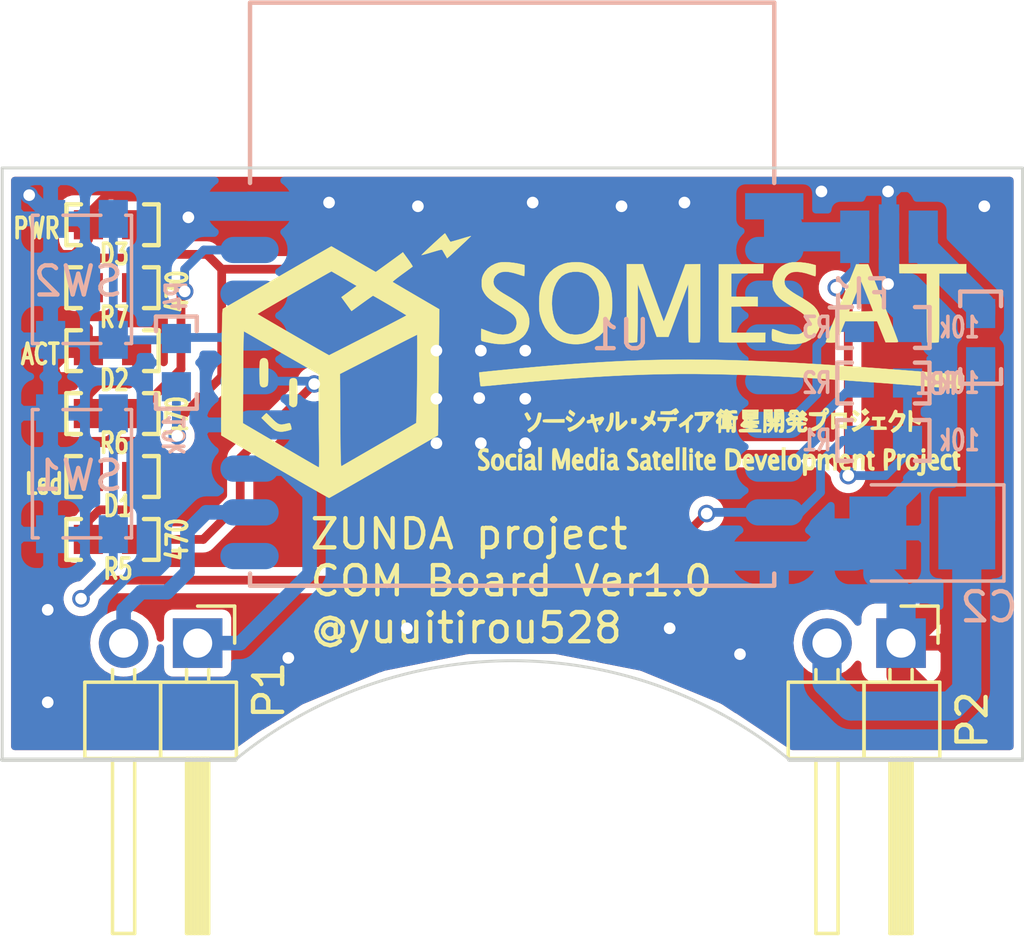
<source format=kicad_pcb>
(kicad_pcb (version 20171130) (host pcbnew "(5.0.0)")
  (layers (0 F.Cu signal) (31 B.Cu signal) (34 B.Paste user) (35 F.Paste user) (36 B.SilkS user) (37 F.SilkS user) (38 B.Mask user) (39 F.Mask user) (44 Edge.Cuts user))
  (net 0 "")
  (net 1 "Net-(C2-Pad1)")
  (net 2 GND)
  (net 3 "Net-(D1-Pad2)")
  (net 4 "Net-(D2-Pad2)")
  (net 5 "Net-(D3-Pad2)")
  (net 6 "Net-(FB1-Pad2)")
  (net 7 +3V3)
  (net 8 /RX)
  (net 9 /TX)
  (net 10 "Net-(R1-Pad2)")
  (net 11 "Net-(R2-Pad2)")
  (net 12 "Net-(R3-Pad1)")
  (net 13 "Net-(R4-Pad2)")
  (net 14 "Net-(R5-Pad1)")
  (net 15 "Net-(R6-Pad1)")
  (net 16 "Net-(U1-Pad10)")
  (net 17 "Net-(U1-Pad3)")
  (net 18 "Net-(U1-Pad4)")
  (net 19 "Net-(U1-Pad5)")
  (net 20 "Net-(U1-Pad16)")
  (module LOGO (layer F.Cu) (at 140 98.9)
    (fp_text reference G*** hide)
    (fp_text value LOGO hide)
  )
  (module Pin_Headers:Pin_Header_Angled_1x02_Pitch2.54mm (layer F.Cu) (at 126.6185 108.4305 270)
    (fp_text reference P1 (at 1.61875 -2.44475 270) (layer F.SilkS))
    (fp_text value UART)
    (pad 1 thru_hole rect (at 0 0 270) (size 1.7 1.7) (drill 1) (layers *.Cu *.Mask) (net 8 /RX))
    (pad 2 thru_hole oval (at 0 2.54 270) (size 1.7 1.7) (drill 1) (layers *.Cu *.Mask) (net 9 /TX))
  )
  (module Pin_Headers:Pin_Header_Angled_1x02_Pitch2.54mm (layer F.Cu) (at 150.7485 108.4305 270)
    (fp_text reference P2 (at 2.63475 -2.44475 270) (layer F.SilkS))
    (fp_text value Power)
    (pad 1 thru_hole rect (at 0 0 270) (size 1.7 1.7) (drill 1) (layers *.Cu *.Mask) (net 2 GND))
    (pad 2 thru_hole oval (at 0 2.54 270) (size 1.7 1.7) (drill 1) (layers *.Cu *.Mask) (net 1 "Net-(C2-Pad1)"))
  )
  (module Capacitors_Tantalum_SMD:CP_Tantalum_Case-B_EIA-3528-21_Reflow (layer B.Cu) (at 151.47875 104.65175 180)
    (fp_text reference C2 (at -2.286 -2.54 180) (layer B.SilkS) (effects (justify mirror)))
    (fp_text value 22u)
    (pad 1 smd rect (at -1.525 0 180) (size 1.95 2.5) (layers B.Cu B.Paste B.Mask) (net 1 "Net-(C2-Pad1)"))
    (pad 2 smd rect (at 1.525 0 180) (size 1.95 2.5) (layers B.Cu B.Paste B.Mask) (net 2 GND))
  )
  (module my_lib:1608 (layer F.Cu) (at 122.872 102.715)
    (fp_text reference D1 (at 1.016 1.016) (layer F.SilkS) (effects (font (size 0.7 0.5) (thickness 0.125))))
    (fp_text value Led (at -1.524 0.254) (layer F.SilkS) (effects (font (size 0.7 0.5) (thickness 0.125))))
    (pad 1 smd trapezoid (at 0 0) (size 1 1) (layers F.Cu F.Paste F.Mask) (net 2 GND))
    (pad 2 smd trapezoid (at 1.654 0) (size 1 1) (layers F.Cu F.Paste F.Mask) (net 3 "Net-(D1-Pad2)"))
  )
  (module my_lib:1608 (layer F.Cu) (at 122.872 98.397)
    (fp_text reference D2 (at 0.889 1.016) (layer F.SilkS) (effects (font (size 0.7 0.5) (thickness 0.125))))
    (fp_text value ACT (at -1.651 0.127) (layer F.SilkS) (effects (font (size 0.7 0.5) (thickness 0.125))))
    (pad 1 smd trapezoid (at 0 0) (size 1 1) (layers F.Cu F.Paste F.Mask) (net 2 GND))
    (pad 2 smd trapezoid (at 1.654 0) (size 1 1) (layers F.Cu F.Paste F.Mask) (net 4 "Net-(D2-Pad2)"))
  )
  (module my_lib:1608 (layer F.Cu) (at 122.872 94.079)
    (fp_text reference D3 (at 0.889 1.016) (layer F.SilkS) (effects (font (size 0.7 0.5) (thickness 0.125))))
    (fp_text value PWR (at -1.778 0.127) (layer F.SilkS) (effects (font (size 0.7 0.5) (thickness 0.125))))
    (pad 1 smd trapezoid (at 0 0) (size 1 1) (layers F.Cu F.Paste F.Mask) (net 2 GND))
    (pad 2 smd trapezoid (at 1.654 0) (size 1 1) (layers F.Cu F.Paste F.Mask) (net 5 "Net-(D3-Pad2)"))
  )
  (module my_lib:1608 (layer B.Cu) (at 153.479 98.778 90)
    (fp_text reference FB1 (at -0.762 -1.524) (layer B.SilkS) (effects (font (size 0.7 0.5) (thickness 0.125)) (justify mirror)))
    (fp_text value FILTER hide)
    (pad 1 smd trapezoid (at 0 0 90) (size 1 1) (layers B.Cu B.Paste B.Mask) (net 1 "Net-(C2-Pad1)"))
    (pad 2 smd trapezoid (at 1.654 0 90) (size 1 1) (layers B.Cu B.Paste B.Mask) (net 6 "Net-(FB1-Pad2)"))
  )
  (module my_lib:1608 (layer B.Cu) (at 150.97075 101.47675 180)
    (fp_text reference R1 (at 3.1115 0 180) (layer B.SilkS) (effects (font (size 0.7 0.5) (thickness 0.125)) (justify mirror)))
    (fp_text value 10k (at -1.778 0 180) (layer B.SilkS) (effects (font (size 0.7 0.5) (thickness 0.125)) (justify mirror)))
    (pad 1 smd trapezoid (at 0 0 180) (size 1 1) (layers B.Cu B.Paste B.Mask) (net 7 +3V3))
    (pad 2 smd trapezoid (at 1.654 0 180) (size 1 1) (layers B.Cu B.Paste B.Mask) (net 10 "Net-(R1-Pad2)"))
  )
  (module my_lib:1608 (layer B.Cu) (at 150.97075 99.50825 180)
    (fp_text reference R2 (at 3.1115 0 180) (layer B.SilkS) (effects (font (size 0.7 0.5) (thickness 0.125)) (justify mirror)))
    (fp_text value 10k (at -1.778 0 180) (layer B.SilkS) (effects (font (size 0.7 0.5) (thickness 0.125)) (justify mirror)))
    (pad 1 smd trapezoid (at 0 0 180) (size 1 1) (layers B.Cu B.Paste B.Mask) (net 7 +3V3))
    (pad 2 smd trapezoid (at 1.654 0 180) (size 1 1) (layers B.Cu B.Paste B.Mask) (net 11 "Net-(R2-Pad2)"))
  )
  (module my_lib:1608 (layer B.Cu) (at 149.31975 97.60325)
    (fp_text reference R3 (at -1.4605 0) (layer B.SilkS) (effects (font (size 0.7 0.5) (thickness 0.125)) (justify mirror)))
    (fp_text value 10k (at 3.429 0) (layer B.SilkS) (effects (font (size 0.7 0.5) (thickness 0.125)) (justify mirror)))
    (pad 1 smd trapezoid (at 0 0) (size 1 1) (layers B.Cu B.Paste B.Mask) (net 12 "Net-(R3-Pad1)"))
    (pad 2 smd trapezoid (at 1.654 0) (size 1 1) (layers B.Cu B.Paste B.Mask) (net 2 GND))
  )
  (module my_lib:1608 (layer B.Cu) (at 125.88825 99.63525 90)
    (fp_text reference R4 (at 3.1115 0 90) (layer B.SilkS) (effects (font (size 0.7 0.5) (thickness 0.125)) (justify mirror)))
    (fp_text value 10k (at -1.651 -0.0635 90) (layer B.SilkS) (effects (font (size 0.7 0.5) (thickness 0.125)) (justify mirror)))
    (pad 1 smd trapezoid (at 0 0 90) (size 1 1) (layers B.Cu B.Paste B.Mask) (net 7 +3V3))
    (pad 2 smd trapezoid (at 1.654 0 90) (size 1 1) (layers B.Cu B.Paste B.Mask) (net 13 "Net-(R4-Pad2)"))
  )
  (module my_lib:1608 (layer F.Cu) (at 124.523 104.874 180)
    (fp_text reference R5 (at 0.635 -1.016 180) (layer F.SilkS) (effects (font (size 0.7 0.5) (thickness 0.125))))
    (fp_text value 470 (at -1.397 0 270) (layer F.SilkS) (effects (font (size 0.7 0.5) (thickness 0.125))))
    (pad 1 smd trapezoid (at 0 0 180) (size 1 1) (layers F.Cu F.Paste F.Mask) (net 14 "Net-(R5-Pad1)"))
    (pad 2 smd trapezoid (at 1.654 0 180) (size 1 1) (layers F.Cu F.Paste F.Mask) (net 3 "Net-(D1-Pad2)"))
  )
  (module my_lib:1608 (layer F.Cu) (at 124.523 100.556 180)
    (fp_text reference R6 (at 0.762 -1.016 180) (layer F.SilkS) (effects (font (size 0.7 0.5) (thickness 0.125))))
    (fp_text value 470 (at -1.397 -0.127 270) (layer F.SilkS) (effects (font (size 0.7 0.5) (thickness 0.125))))
    (pad 1 smd trapezoid (at 0 0 180) (size 1 1) (layers F.Cu F.Paste F.Mask) (net 15 "Net-(R6-Pad1)"))
    (pad 2 smd trapezoid (at 1.654 0 180) (size 1 1) (layers F.Cu F.Paste F.Mask) (net 4 "Net-(D2-Pad2)"))
  )
  (module my_lib:1608 (layer F.Cu) (at 124.523 96.238 180)
    (fp_text reference R7 (at 0.762 -1.016 180) (layer F.SilkS) (effects (font (size 0.7 0.5) (thickness 0.125))))
    (fp_text value 470 (at -1.397 -0.127 270) (layer F.SilkS) (effects (font (size 0.7 0.5) (thickness 0.125))))
    (pad 1 smd trapezoid (at 0 0 180) (size 1 1) (layers F.Cu F.Paste F.Mask) (net 7 +3V3))
    (pad 2 smd trapezoid (at 1.654 0 180) (size 1 1) (layers F.Cu F.Paste F.Mask) (net 5 "Net-(D3-Pad2)"))
  )
  (module my_lib:SKRPACE010_kai (layer B.Cu) (at 122.64975 102.61975 270)
    (fp_text reference SW1 (at 0.0635 0.127 180) (layer B.SilkS) (effects (justify mirror)))
    (fp_text value PRG)
    (pad 1 smd rect (at -2.075 1.075 270) (size 1.3 1) (layers B.Cu B.Paste B.Mask) (net 2 GND))
    (pad 1 smd rect (at 2.075 1.075 270) (size 1.3 1) (layers B.Cu B.Paste B.Mask) (net 2 GND))
    (pad 2 smd rect (at -2.075 -1.075 270) (size 1.3 1) (layers B.Cu B.Paste B.Mask) (net 10 "Net-(R1-Pad2)"))
    (pad 2 smd rect (at 2.075 -1.075 270) (size 1.3 1) (layers B.Cu B.Paste B.Mask) (net 10 "Net-(R1-Pad2)"))
  )
  (module my_lib:SKRPACE010_kai (layer B.Cu) (at 122.64975 95.95225 270)
    (fp_text reference SW2 (at 0.0635 0.127 180) (layer B.SilkS) (effects (justify mirror)))
    (fp_text value RST)
    (pad 1 smd rect (at -2.075 1.075 270) (size 1.3 1) (layers B.Cu B.Paste B.Mask) (net 2 GND))
    (pad 1 smd rect (at 2.075 1.075 270) (size 1.3 1) (layers B.Cu B.Paste B.Mask) (net 2 GND))
    (pad 2 smd rect (at -2.075 -1.075 270) (size 1.3 1) (layers B.Cu B.Paste B.Mask) (net 13 "Net-(R4-Pad2)"))
    (pad 2 smd rect (at 2.075 -1.075 270) (size 1.3 1) (layers B.Cu B.Paste B.Mask) (net 13 "Net-(R4-Pad2)"))
  )
  (module ESP8266:ESP-13-WROOM-02 (layer B.Cu) (at 146.39875 93.44475 180)
    (fp_text reference U1 (at 5.2705 -4.4125 180) (layer B.SilkS) (effects (justify mirror)))
    (fp_text value ESP-13-WROOM-02)
    (pad 10 smd oval (at 18 -12 180) (size 2 0.9) (layers B.Cu B.Paste B.Mask) (net 16 "Net-(U1-Pad10)"))
    (pad 9 smd oval (at 0 -12 180) (size 2 0.9) (layers B.Cu B.Paste B.Mask) (net 2 GND))
    (pad 1 smd rect (at 0 0 180) (size 2 0.9) (layers B.Cu B.Paste B.Mask) (net 7 +3V3))
    (pad 2 smd oval (at 0 -1.5 180) (size 2 0.9) (layers B.Cu B.Paste B.Mask) (net 7 +3V3))
    (pad 3 smd oval (at 0 -3 180) (size 2 0.9) (layers B.Cu B.Paste B.Mask) (net 17 "Net-(U1-Pad3)"))
    (pad 4 smd oval (at 0 -4.5 180) (size 2 0.9) (layers B.Cu B.Paste B.Mask) (net 18 "Net-(U1-Pad4)"))
    (pad 5 smd oval (at 0 -6 180) (size 2 0.9) (layers B.Cu B.Paste B.Mask) (net 19 "Net-(U1-Pad5)"))
    (pad 6 smd oval (at 0 -7.5 180) (size 2 0.9) (layers B.Cu B.Paste B.Mask) (net 12 "Net-(R3-Pad1)"))
    (pad 7 smd oval (at 0 -9 180) (size 2 0.9) (layers B.Cu B.Paste B.Mask) (net 11 "Net-(R2-Pad2)"))
    (pad 8 smd oval (at 0 -10.5 180) (size 2 0.9) (layers B.Cu B.Paste B.Mask) (net 10 "Net-(R1-Pad2)"))
    (pad 11 smd oval (at 18 -10.5 180) (size 2 0.9) (layers B.Cu B.Paste B.Mask) (net 9 /TX))
    (pad 12 smd oval (at 18 -9 180) (size 2 0.9) (layers B.Cu B.Paste B.Mask) (net 8 /RX))
    (pad 13 smd oval (at 18 -7.5 180) (size 2 0.9) (layers B.Cu B.Paste B.Mask) (net 2 GND))
    (pad 14 smd oval (at 18 -6 180) (size 2 0.9) (layers B.Cu B.Paste B.Mask) (net 14 "Net-(R5-Pad1)"))
    (pad 15 smd oval (at 18 -4.5 180) (size 2 0.9) (layers B.Cu B.Paste B.Mask) (net 13 "Net-(R4-Pad2)"))
    (pad 16 smd oval (at 18 -3 180) (size 2 0.9) (layers B.Cu B.Paste B.Mask) (net 20 "Net-(U1-Pad16)"))
    (pad 17 smd oval (at 18 -1.5 180) (size 2 0.9) (layers B.Cu B.Paste B.Mask) (net 15 "Net-(R6-Pad1)"))
    (pad 18 smd oval (at 18 0 180) (size 2 0.9) (layers B.Cu B.Paste B.Mask) (net 2 GND))
    (pad PAD smd rect (at 10.12 -6.58 180) (size 4.3 4.3) (layers B.Cu B.Paste B.Mask) (net 2 GND))
  )
  (module my_lib:EMI_Filter2012 (layer B.Cu) (at 150.33575 94.49175 180)
    (fp_text reference FI1 (at 1.0795 -1.9685 180) (layer B.SilkS) (effects (justify mirror)))
    (fp_text value EMI_0.1u hide)
    (pad 2 smd rect (at 0 -0.762 180) (size 0.7 0.7) (layers B.Cu B.Paste B.Mask) (net 2 GND))
    (pad 1 smd rect (at -1.175 0 180) (size 1 1.8) (layers B.Cu B.Paste B.Mask) (net 6 "Net-(FB1-Pad2)"))
    (pad 3 smd rect (at 1.175 0 180) (size 1 1.8) (layers B.Cu B.Paste B.Mask) (net 7 +3V3))
    (pad 2 smd rect (at 0 0.762 180) (size 0.7 0.7) (layers B.Cu B.Paste B.Mask) (net 2 GND))
  )
  (gr_text "ZUNDA project\nCOM Board Ver1.0\n@yuuitirou528" (at 130.4 106.3) (layer F.SilkS) (effects (font (size 1 1)) (justify left)))
  (gr_line (start 146.9135 112.4305) (end 154.9135 112.4305) (angle 90) (layer Edge.Cuts) (width 0.15))
  (gr_line (start 119.9135 112.4305) (end 127.9135 112.4305) (angle 90) (layer Edge.Cuts) (width 0.15))
  (gr_arc (start 137.4146 124.035087) (end 127.9146 112.4269) (angle 78.59296048) (layer Edge.Cuts) (width 0.1))
  (gr_line (start 119.9146 92.12975) (end 119.9146 112.4269) (layer Edge.Cuts) (width 0.1))
  (gr_line (start 154.9146 92.12975) (end 119.9146 92.12975) (layer Edge.Cuts) (width 0.1))
  (gr_line (start 154.9146 112.4269) (end 154.9146 92.12975) (layer Edge.Cuts) (width 0.1))
  (segment (start 153.479 98.778) (end 153.479 104.1765) (width 1) (layer B.Cu) (net 1))
  (segment (start 153.479 104.1765) (end 153.00375 104.65175) (width 1) (layer B.Cu) (net 1))
  (segment (start 148.2085 108.4305) (end 148.2085 109.7635) (width 1) (layer B.Cu) (net 1))
  (segment (start 153.00375 110.04825) (end 153.00375 104.65175) (width 1) (layer B.Cu) (net 1))
  (segment (start 152.463 110.589) (end 153.00375 110.04825) (width 1) (layer B.Cu) (net 1))
  (segment (start 149.034 110.589) (end 152.463 110.589) (width 1) (layer B.Cu) (net 1))
  (segment (start 148.2085 109.7635) (end 149.034 110.589) (width 1) (layer B.Cu) (net 1))
  (segment (start 136.27875 100.02475) (end 136.43775 100.02475) (width 1) (layer B.Cu) (net 2))
  (segment (start 136.43775 100.02475) (end 139.001 102.588) (width 1) (layer B.Cu) (net 2))
  (segment (start 139.89 100.02475) (end 139.78625 100.02475) (width 1) (layer B.Cu) (net 2))
  (segment (start 139.89 102.461) (end 139.89 100.02475) (width 1) (layer B.Cu) (net 2))
  (segment (start 140.017 102.588) (end 139.89 102.461) (width 1) (layer B.Cu) (net 2))
  (segment (start 139.001 102.588) (end 140.017 102.588) (width 1) (layer B.Cu) (net 2))
  (segment (start 150.97375 97.60325) (end 150.97375 97.41575) (width 0.5) (layer B.Cu) (net 2))
  (segment (start 150.97375 97.41575) (end 150.304 96.746) (width 0.5) (layer B.Cu) (net 2))
  (segment (start 150.304 96.746) (end 150.304 96.111) (width 0.5) (layer B.Cu) (net 2))
  (segment (start 136.27875 100.02475) (end 139.78625 100.02475) (width 0.5) (layer B.Cu) (net 2))
  (segment (start 150.304 96.111) (end 149.6685 96.111) (width 0.5) (layer B.Cu) (net 2))
  (segment (start 150.1765 96.3645) (end 150.431 96.619) (width 0.5) (layer B.Cu) (net 2))
  (segment (start 149.415 96.3645) (end 150.1765 96.3645) (width 0.5) (layer B.Cu) (net 2))
  (segment (start 149.6685 96.111) (end 149.415 96.3645) (width 0.5) (layer B.Cu) (net 2))
  (segment (start 150.431 96.619) (end 150.558 96.619) (width 0.5) (layer B.Cu) (net 2))
  (segment (start 149.95375 104.65175) (end 148.49425 104.65175) (width 1) (layer B.Cu) (net 2))
  (segment (start 148.49425 104.65175) (end 147.70125 105.44475) (width 1) (layer B.Cu) (net 2))
  (segment (start 150.97375 96.238) (end 151.00552 96.238) (width 1) (layer B.Cu) (net 2))
  (segment (start 151.955 97.18748) (end 151.955 98.143) (width 1) (layer B.Cu) (net 2))
  (segment (start 151.00552 96.238) (end 151.955 97.18748) (width 1) (layer B.Cu) (net 2))
  (segment (start 122.872 94.079) (end 121.856 94.079) (width 0.5) (layer F.Cu) (net 2))
  (segment (start 121.856 94.079) (end 120.84 93.063) (width 0.5) (layer F.Cu) (net 2))
  (segment (start 121.57475 93.79775) (end 120.84 93.063) (width 0.5) (layer B.Cu) (net 2))
  (via (at 120.84 93.063) (size 0.6) (drill 0.4) (layers F.Cu B.Cu) (net 2))
  (segment (start 122.872 94.079) (end 122.872 94.587) (width 0.3) (layer F.Cu) (net 2))
  (segment (start 122.364 95.095) (end 121.475 95.095) (width 0.3) (layer F.Cu) (net 2))
  (segment (start 122.872 94.587) (end 122.364 95.095) (width 0.3) (layer F.Cu) (net 2))
  (segment (start 122.872 98.397) (end 122.872 98.905) (width 0.3) (layer F.Cu) (net 2))
  (segment (start 122.491 99.286) (end 121.475 99.286) (width 0.3) (layer F.Cu) (net 2))
  (segment (start 122.872 98.905) (end 122.491 99.286) (width 0.3) (layer F.Cu) (net 2))
  (segment (start 122.872 102.715) (end 122.872 103.35) (width 0.3) (layer F.Cu) (net 2))
  (segment (start 122.872 103.35) (end 122.618 103.604) (width 0.3) (layer F.Cu) (net 2))
  (segment (start 122.618 103.604) (end 121.5385 103.604) (width 0.3) (layer F.Cu) (net 2))
  (segment (start 122.872 102.715) (end 122.872 101.953) (width 0.3) (layer F.Cu) (net 2))
  (segment (start 122.872 101.953) (end 122.745 101.826) (width 0.3) (layer F.Cu) (net 2))
  (segment (start 122.745 101.826) (end 121.475 101.826) (width 0.3) (layer F.Cu) (net 2))
  (segment (start 122.872 98.397) (end 122.872 97.635) (width 0.3) (layer F.Cu) (net 2))
  (segment (start 122.745 97.508) (end 121.475 97.508) (width 0.3) (layer F.Cu) (net 2))
  (segment (start 122.872 97.635) (end 122.745 97.508) (width 0.3) (layer F.Cu) (net 2))
  (segment (start 139.128 97.381) (end 139.128 102.207) (width 1) (layer F.Cu) (net 2))
  (segment (start 138.874 102.08) (end 138.874 102.207) (width 1) (layer F.Cu) (net 2))
  (segment (start 139.001 102.08) (end 138.874 102.08) (width 1) (layer F.Cu) (net 2))
  (segment (start 139.128 102.207) (end 139.001 102.08) (width 1) (layer F.Cu) (net 2))
  (segment (start 150.7485 108.4305) (end 150.7485 109.5095) (width 1) (layer F.Cu) (net 2))
  (segment (start 150.7485 109.5095) (end 152.209 110.97) (width 1) (layer F.Cu) (net 2))
  (segment (start 139.636 97.381) (end 140.144 97.381) (width 1) (layer F.Cu) (net 2))
  (segment (start 140.144 97.381) (end 140.144 102.207) (width 1) (layer F.Cu) (net 2))
  (segment (start 135.699 102.715) (end 135.699 98.651) (width 1) (layer F.Cu) (net 2))
  (segment (start 135.699 98.651) (end 135.953 98.397) (width 1) (layer F.Cu) (net 2))
  (segment (start 137.858 102.715) (end 137.096 101.953) (width 1) (layer F.Cu) (net 2))
  (segment (start 137.096 101.953) (end 137.096 98.397) (width 1) (layer F.Cu) (net 2))
  (segment (start 137.096 98.397) (end 137.096 98.143) (width 1) (layer F.Cu) (net 2))
  (segment (start 137.096 98.143) (end 137.096 98.397) (width 1) (layer F.Cu) (net 2))
  (segment (start 139.636 97.381) (end 139.128 97.381) (width 1) (layer F.Cu) (net 2))
  (segment (start 139.128 97.381) (end 134.048 97.381) (width 1) (layer F.Cu) (net 2))
  (segment (start 137.858 102.715) (end 140.144 102.715) (width 1) (layer F.Cu) (net 2))
  (segment (start 140.144 102.715) (end 140.144 102.207) (width 1) (layer F.Cu) (net 2))
  (segment (start 134.81 101.572) (end 134.81 101.699) (width 1) (layer F.Cu) (net 2))
  (segment (start 134.81 101.699) (end 134.175 102.334) (width 1) (layer F.Cu) (net 2))
  (segment (start 134.175 102.334) (end 133.921 102.334) (width 1) (layer F.Cu) (net 2))
  (segment (start 133.921 102.334) (end 133.921 97.508) (width 1) (layer F.Cu) (net 2))
  (segment (start 133.921 97.508) (end 134.048 97.381) (width 1) (layer F.Cu) (net 2))
  (segment (start 138.366 97.381) (end 138.366 102.207) (width 1) (layer F.Cu) (net 2))
  (segment (start 134.048 97.381) (end 138.366 97.381) (width 1) (layer F.Cu) (net 2))
  (segment (start 138.366 102.207) (end 137.858 102.715) (width 1) (layer F.Cu) (net 2))
  (segment (start 134.048 102.715) (end 133.921 102.588) (width 1) (layer F.Cu) (net 2))
  (segment (start 137.858 102.715) (end 135.699 102.715) (width 1) (layer F.Cu) (net 2))
  (segment (start 135.699 102.715) (end 134.048 102.715) (width 1) (layer F.Cu) (net 2))
  (segment (start 134.81 98.397) (end 135.953 98.397) (width 1) (layer F.Cu) (net 2))
  (segment (start 135.953 98.397) (end 137.096 98.397) (width 1) (layer F.Cu) (net 2))
  (segment (start 137.096 98.397) (end 137.858 98.397) (width 1) (layer F.Cu) (net 2))
  (segment (start 121.57475 93.87725) (end 121.57475 93.79775) (width 0.3) (layer B.Cu) (net 2))
  (segment (start 148.272 93.317) (end 148.272 93.19) (width 0.3) (layer F.Cu) (net 2))
  (segment (start 148.018 92.936) (end 150.304 92.936) (width 0.3) (layer B.Cu) (net 2))
  (via (at 148.018 92.936) (size 0.6) (drill 0.4) (layers F.Cu B.Cu) (net 2))
  (segment (start 148.272 93.19) (end 148.018 92.936) (width 0.3) (layer F.Cu) (net 2))
  (segment (start 150.33575 93.72975) (end 150.33575 92.96775) (width 0.3) (layer B.Cu) (net 2))
  (segment (start 150.33575 92.96775) (end 150.304 92.936) (width 0.3) (layer B.Cu) (net 2))
  (segment (start 150.304 92.936) (end 150.304 93.317) (width 0.3) (layer F.Cu) (net 2))
  (via (at 150.304 92.936) (size 0.6) (drill 0.4) (layers F.Cu B.Cu) (net 2))
  (segment (start 150.304 93.317) (end 150.304 93.571) (width 0.3) (layer F.Cu) (net 2))
  (segment (start 150.304 93.571) (end 150.304 93.317) (width 0.3) (layer F.Cu) (net 2))
  (segment (start 150.304 95.222) (end 150.304 96.111) (width 0.3) (layer F.Cu) (net 2))
  (segment (start 150.33575 96.07925) (end 150.33575 95.25375) (width 0.3) (layer B.Cu) (net 2))
  (segment (start 150.304 96.111) (end 150.33575 96.07925) (width 0.3) (layer B.Cu) (net 2))
  (via (at 150.304 96.111) (size 0.6) (drill 0.4) (layers F.Cu B.Cu) (net 2))
  (segment (start 152.717 94.333) (end 153.606 93.444) (width 0.3) (layer F.Cu) (net 2))
  (segment (start 150.33575 93.15825) (end 150.33575 93.72975) (width 0.3) (layer B.Cu) (net 2))
  (segment (start 150.685 92.809) (end 150.33575 93.15825) (width 0.3) (layer B.Cu) (net 2))
  (segment (start 152.971 92.809) (end 150.685 92.809) (width 0.3) (layer B.Cu) (net 2))
  (segment (start 153.606 93.444) (end 152.971 92.809) (width 0.3) (layer B.Cu) (net 2))
  (via (at 153.606 93.444) (size 0.6) (drill 0.4) (layers F.Cu B.Cu) (net 2))
  (segment (start 152.24075 102.23875) (end 152.24075 98.42875) (width 0.7) (layer B.Cu) (net 2))
  (segment (start 152.24075 98.42875) (end 151.955 98.143) (width 0.7) (layer B.Cu) (net 2))
  (segment (start 149.95375 104.20825) (end 151.35175 102.81025) (width 0.7) (layer B.Cu) (net 2))
  (segment (start 151.66925 102.81025) (end 151.35175 102.81025) (width 0.7) (layer B.Cu) (net 2))
  (segment (start 152.24075 102.23875) (end 151.66925 102.81025) (width 0.7) (layer B.Cu) (net 2))
  (segment (start 151.955 98.143) (end 151.41525 97.60325) (width 0.7) (layer B.Cu) (net 2))
  (segment (start 151.41525 97.60325) (end 150.97375 97.60325) (width 0.7) (layer B.Cu) (net 2))
  (via (at 143.319 93.317) (size 0.6) (drill 0.4) (layers F.Cu B.Cu) (net 2))
  (segment (start 143.06575 93.44475) (end 143.19125 93.44475) (width 1) (layer B.Cu) (net 2))
  (segment (start 143.19125 93.44475) (end 143.319 93.317) (width 1) (layer B.Cu) (net 2))
  (via (at 141.16 93.44475) (size 0.6) (drill 0.4) (layers F.Cu B.Cu) (net 2))
  (segment (start 141.16 93.44475) (end 141.16 93.317) (width 1) (layer F.Cu) (net 2))
  (via (at 138.112 93.317) (size 0.6) (drill 0.4) (layers F.Cu B.Cu) (net 2))
  (segment (start 138.112 93.317) (end 138.112 93.44475) (width 1) (layer B.Cu) (net 2))
  (via (at 134.175 93.44475) (size 0.6) (drill 0.4) (layers F.Cu B.Cu) (net 2))
  (segment (start 134.175 93.44475) (end 134.175 93.317) (width 1) (layer F.Cu) (net 2))
  (via (at 131.127 93.317) (size 0.6) (drill 0.4) (layers F.Cu B.Cu) (net 2))
  (segment (start 131.127 93.317) (end 131.127 93.44475) (width 1) (layer B.Cu) (net 2))
  (via (at 145.224 108.811) (size 0.6) (drill 0.4) (layers F.Cu B.Cu) (net 2))
  (via (at 142.811 107.922) (size 0.6) (drill 0.4) (layers F.Cu B.Cu) (net 2))
  (via (at 133.794 107.922) (size 0.6) (drill 0.4) (layers F.Cu B.Cu) (net 2))
  (via (at 129.73 108.938) (size 0.6) (drill 0.4) (layers F.Cu B.Cu) (net 2))
  (via (at 121.475 110.462) (size 0.6) (drill 0.4) (layers F.Cu B.Cu) (net 2))
  (segment (start 121.475 107.287) (end 121.475 110.462) (width 1) (layer B.Cu) (net 2))
  (segment (start 146.39875 107.63625) (end 146.39875 105.44475) (width 1) (layer B.Cu) (net 2))
  (segment (start 145.224 108.811) (end 146.39875 107.63625) (width 1) (layer B.Cu) (net 2))
  (segment (start 143.7 108.811) (end 145.224 108.811) (width 1) (layer B.Cu) (net 2))
  (segment (start 142.811 107.922) (end 143.7 108.811) (width 1) (layer B.Cu) (net 2))
  (segment (start 133.794 107.922) (end 142.811 107.922) (width 1) (layer B.Cu) (net 2))
  (segment (start 132.778 108.938) (end 133.794 107.922) (width 1) (layer B.Cu) (net 2))
  (segment (start 129.73 108.938) (end 132.778 108.938) (width 1) (layer B.Cu) (net 2))
  (segment (start 127.571 111.097) (end 129.73 108.938) (width 1) (layer B.Cu) (net 2))
  (segment (start 122.11 111.097) (end 127.571 111.097) (width 1) (layer B.Cu) (net 2))
  (segment (start 121.475 110.462) (end 122.11 111.097) (width 1) (layer B.Cu) (net 2))
  (segment (start 128.39875 93.44475) (end 131.127 93.44475) (width 1) (layer B.Cu) (net 2))
  (segment (start 131.127 93.44475) (end 134.175 93.44475) (width 1) (layer B.Cu) (net 2))
  (segment (start 134.175 93.44475) (end 138.112 93.44475) (width 1) (layer B.Cu) (net 2))
  (segment (start 138.112 93.44475) (end 141.16 93.44475) (width 1) (layer B.Cu) (net 2))
  (segment (start 141.16 93.44475) (end 143.06575 93.44475) (width 1) (layer B.Cu) (net 2))
  (segment (start 141.05625 100.02475) (end 139.78625 100.02475) (width 1) (layer B.Cu) (net 2))
  (segment (start 143.06575 93.44475) (end 143.827 94.206) (width 1) (layer B.Cu) (net 2))
  (segment (start 143.827 94.206) (end 143.827 97.254) (width 1) (layer B.Cu) (net 2))
  (segment (start 143.827 97.254) (end 141.05625 100.02475) (width 1) (layer B.Cu) (net 2))
  (segment (start 138.366 97.635) (end 136.27875 97.635) (width 1) (layer B.Cu) (net 2))
  (segment (start 138.62 97.889) (end 138.366 97.635) (width 1) (layer B.Cu) (net 2))
  (segment (start 138.62 101.953) (end 138.62 97.889) (width 1) (layer B.Cu) (net 2))
  (segment (start 138.112 102.461) (end 138.62 101.953) (width 1) (layer B.Cu) (net 2))
  (segment (start 134.302 102.461) (end 138.112 102.461) (width 1) (layer B.Cu) (net 2))
  (segment (start 134.048 102.207) (end 134.302 102.461) (width 1) (layer B.Cu) (net 2))
  (segment (start 134.048 97.889) (end 134.048 102.207) (width 1) (layer B.Cu) (net 2))
  (segment (start 134.302 97.635) (end 134.048 97.889) (width 1) (layer B.Cu) (net 2))
  (segment (start 136.27875 97.635) (end 134.302 97.635) (width 1) (layer B.Cu) (net 2))
  (segment (start 136.27875 97.635) (end 136.27875 100.02475) (width 1) (layer B.Cu) (net 2))
  (segment (start 137.858 101.572) (end 136.31075 100.02475) (width 1) (layer B.Cu) (net 2))
  (segment (start 136.31075 100.02475) (end 136.27875 100.02475) (width 1) (layer B.Cu) (net 2))
  (segment (start 137.858 100.048) (end 137.83475 100.02475) (width 0.3) (layer B.Cu) (net 2))
  (segment (start 137.83475 100.02475) (end 136.27875 100.02475) (width 0.3) (layer B.Cu) (net 2))
  (segment (start 137.858 98.397) (end 136.27875 99.97625) (width 0.3) (layer B.Cu) (net 2))
  (segment (start 136.27875 99.97625) (end 136.27875 100.02475) (width 0.3) (layer B.Cu) (net 2))
  (segment (start 136.334 101.572) (end 136.27875 101.51675) (width 0.3) (layer B.Cu) (net 2))
  (segment (start 136.27875 101.51675) (end 136.27875 100.02475) (width 0.3) (layer B.Cu) (net 2))
  (segment (start 136.334 98.397) (end 136.27875 98.45225) (width 0.3) (layer B.Cu) (net 2))
  (segment (start 136.27875 98.45225) (end 136.27875 100.02475) (width 0.3) (layer B.Cu) (net 2))
  (segment (start 134.81 101.572) (end 136.27875 100.10325) (width 0.3) (layer B.Cu) (net 2))
  (segment (start 136.27875 100.10325) (end 136.27875 100.02475) (width 0.3) (layer B.Cu) (net 2))
  (segment (start 134.83325 100.02475) (end 136.27875 100.02475) (width 0.3) (layer B.Cu) (net 2))
  (segment (start 134.81 100.048) (end 134.83325 100.02475) (width 0.3) (layer B.Cu) (net 2))
  (segment (start 134.81 98.397) (end 136.27875 99.86575) (width 0.3) (layer B.Cu) (net 2))
  (segment (start 136.27875 99.86575) (end 136.27875 100.02475) (width 0.3) (layer B.Cu) (net 2))
  (segment (start 126.68125 93.44475) (end 128.39875 93.44475) (width 1) (layer B.Cu) (net 2))
  (via (at 126.301 93.825) (size 0.6) (drill 0.4) (layers F.Cu B.Cu) (net 2))
  (segment (start 126.301 93.825) (end 126.68125 93.44475) (width 1) (layer B.Cu) (net 2))
  (segment (start 121.57475 107.18725) (end 121.57475 104.69475) (width 0.3) (layer B.Cu) (net 2))
  (segment (start 121.475 107.287) (end 121.57475 107.18725) (width 0.3) (layer B.Cu) (net 2))
  (segment (start 146.39875 105.44475) (end 139.12725 105.44475) (width 1) (layer B.Cu) (net 2))
  (segment (start 139.12725 105.44475) (end 136.27875 102.59625) (width 1) (layer B.Cu) (net 2))
  (segment (start 136.27875 102.59625) (end 136.27875 100.02475) (width 1) (layer B.Cu) (net 2))
  (segment (start 149.95375 104.20825) (end 149.95375 104.65175) (width 0.7) (layer B.Cu) (net 2))
  (segment (start 128.39875 100.94475) (end 127.75375 100.94475) (width 0.3) (layer B.Cu) (net 2))
  (segment (start 121.57475 105.48175) (end 121.57475 104.69475) (width 0.3) (layer B.Cu) (net 2))
  (segment (start 150.97375 97.60325) (end 150.97375 96.238) (width 0.7) (layer B.Cu) (net 2))
  (segment (start 150.97375 96.238) (end 150.97375 96.14275) (width 0.7) (layer B.Cu) (net 2))
  (segment (start 150.97375 96.14275) (end 150.71675 96.14275) (width 0.7) (layer B.Cu) (net 2))
  (segment (start 150.33575 95.25375) (end 150.33575 95.76175) (width 0.7) (layer B.Cu) (net 2))
  (segment (start 150.33575 95.76175) (end 150.71675 96.14275) (width 0.7) (layer B.Cu) (net 2))
  (segment (start 128.39875 93.44475) (end 133.15975 93.44475) (width 1) (layer B.Cu) (net 2))
  (segment (start 136.27875 96.56375) (end 136.27875 97.635) (width 1) (layer B.Cu) (net 2))
  (segment (start 133.15975 93.44475) (end 136.27875 96.56375) (width 1) (layer B.Cu) (net 2))
  (segment (start 128.39875 100.94475) (end 135.35875 100.94475) (width 1) (layer B.Cu) (net 2))
  (segment (start 135.35875 100.94475) (end 136.27875 100.02475) (width 1) (layer B.Cu) (net 2))
  (segment (start 121.57475 104.69475) (end 121.57475 100.54475) (width 0.3) (layer B.Cu) (net 2))
  (segment (start 121.57475 98.02725) (end 121.57475 93.87725) (width 0.3) (layer B.Cu) (net 2))
  (segment (start 121.57475 98.02725) (end 121.57475 100.54475) (width 0.3) (layer B.Cu) (net 2))
  (segment (start 150.33575 95.25375) (end 150.33575 93.72975) (width 0.7) (layer B.Cu) (net 2))
  (segment (start 150.7485 108.4305) (end 150.7485 106.8425) (width 1) (layer B.Cu) (net 2))
  (segment (start 150.7485 106.8425) (end 149.95375 106.04775) (width 1) (layer B.Cu) (net 2))
  (segment (start 149.95375 106.04775) (end 149.95375 104.65175) (width 1) (layer B.Cu) (net 2))
  (segment (start 146.39875 105.44475) (end 147.70125 105.44475) (width 1) (layer B.Cu) (net 2))
  (segment (start 147.70125 105.44475) (end 149.16075 105.44475) (width 1) (layer B.Cu) (net 2))
  (segment (start 149.16075 105.44475) (end 149.95375 104.65175) (width 0.7) (layer B.Cu) (net 2))
  (segment (start 136.302 100.048) (end 136.27875 100.02475) (width 0.3) (layer F.Cu) (net 2))
  (via (at 136.27875 100.02475) (size 0.6) (drill 0.4) (layers F.Cu B.Cu) (net 2))
  (segment (start 136.334 100.048) (end 136.302 100.048) (width 0.3) (layer F.Cu) (net 2))
  (via (at 121.475 107.287) (size 0.6) (drill 0.4) (layers F.Cu B.Cu) (net 2))
  (segment (start 126.301 93.825) (end 126.809 93.317) (width 1) (layer F.Cu) (net 2))
  (segment (start 121.475 110.462) (end 121.475 107.287) (width 1) (layer F.Cu) (net 2))
  (segment (start 122.11 111.097) (end 121.475 110.462) (width 1) (layer F.Cu) (net 2))
  (segment (start 127.571 111.097) (end 122.11 111.097) (width 1) (layer F.Cu) (net 2))
  (segment (start 129.73 108.938) (end 127.571 111.097) (width 1) (layer F.Cu) (net 2))
  (segment (start 132.778 108.938) (end 129.73 108.938) (width 1) (layer F.Cu) (net 2))
  (segment (start 133.794 107.922) (end 132.778 108.938) (width 1) (layer F.Cu) (net 2))
  (segment (start 142.811 107.922) (end 133.794 107.922) (width 1) (layer F.Cu) (net 2))
  (segment (start 143.7 108.811) (end 142.811 107.922) (width 1) (layer F.Cu) (net 2))
  (segment (start 145.224 108.811) (end 143.7 108.811) (width 1) (layer F.Cu) (net 2))
  (segment (start 147.383 110.97) (end 145.224 108.811) (width 1) (layer F.Cu) (net 2))
  (segment (start 152.209 110.97) (end 147.383 110.97) (width 1) (layer F.Cu) (net 2))
  (segment (start 143.319 93.317) (end 148.272 93.317) (width 1) (layer F.Cu) (net 2))
  (segment (start 148.272 93.317) (end 150.304 93.317) (width 1) (layer F.Cu) (net 2))
  (segment (start 150.304 93.317) (end 151.701 93.317) (width 1) (layer F.Cu) (net 2))
  (segment (start 151.701 93.317) (end 152.717 94.333) (width 1) (layer F.Cu) (net 2))
  (segment (start 152.717 94.333) (end 153.225 94.841) (width 1) (layer F.Cu) (net 2))
  (segment (start 152.717 110.97) (end 152.209 110.97) (width 1) (layer F.Cu) (net 2))
  (segment (start 153.225 110.462) (end 152.717 110.97) (width 1) (layer F.Cu) (net 2))
  (segment (start 153.225 94.841) (end 153.225 110.462) (width 1) (layer F.Cu) (net 2))
  (segment (start 141.16 93.317) (end 143.319 93.317) (width 1) (layer F.Cu) (net 2))
  (segment (start 134.175 93.317) (end 138.112 93.317) (width 1) (layer F.Cu) (net 2))
  (segment (start 138.112 93.317) (end 141.16 93.317) (width 1) (layer F.Cu) (net 2))
  (segment (start 126.809 93.317) (end 131.127 93.317) (width 1) (layer F.Cu) (net 2))
  (segment (start 131.127 93.317) (end 134.175 93.317) (width 1) (layer F.Cu) (net 2))
  (segment (start 137.858 101.572) (end 137.858 101.699) (width 1) (layer F.Cu) (net 2))
  (segment (start 137.858 101.699) (end 138.366 102.207) (width 1) (layer F.Cu) (net 2))
  (segment (start 131.762 93.825) (end 134.81 96.873) (width 1) (layer F.Cu) (net 2))
  (segment (start 134.81 98.397) (end 134.81 100.048) (width 1) (layer F.Cu) (net 2))
  (segment (start 134.81 96.873) (end 134.81 98.397) (width 1) (layer F.Cu) (net 2))
  (segment (start 134.81 102.334) (end 134.937 102.207) (width 1) (layer F.Cu) (net 2))
  (segment (start 134.937 102.207) (end 136.08 102.207) (width 1) (layer F.Cu) (net 2))
  (segment (start 136.08 102.207) (end 136.334 101.953) (width 1) (layer F.Cu) (net 2))
  (segment (start 136.334 98.397) (end 136.334 97.889) (width 1) (layer F.Cu) (net 2))
  (segment (start 137.858 97.889) (end 137.858 98.397) (width 1) (layer F.Cu) (net 2))
  (segment (start 136.334 97.889) (end 137.858 97.889) (width 1) (layer F.Cu) (net 2))
  (segment (start 136.334 100.048) (end 136.334 98.397) (width 1) (layer F.Cu) (net 2))
  (segment (start 136.334 101.572) (end 136.334 100.048) (width 1) (layer F.Cu) (net 2))
  (segment (start 136.334 101.953) (end 136.334 101.572) (width 1) (layer F.Cu) (net 2))
  (segment (start 137.858 98.397) (end 137.858 100.048) (width 1) (layer F.Cu) (net 2))
  (segment (start 126.301 93.825) (end 131.762 93.825) (width 1) (layer F.Cu) (net 2))
  (via (at 134.81 98.397) (size 0.6) (drill 0.4) (layers F.Cu B.Cu) (net 2))
  (segment (start 134.81 101.572) (end 134.81 102.334) (width 1) (layer F.Cu) (net 2))
  (segment (start 134.81 100.048) (end 134.81 101.572) (width 1) (layer F.Cu) (net 2))
  (via (at 134.81 100.048) (size 0.6) (drill 0.4) (layers F.Cu B.Cu) (net 2))
  (via (at 134.81 101.572) (size 0.6) (drill 0.4) (layers F.Cu B.Cu) (net 2))
  (via (at 136.334 98.397) (size 0.6) (drill 0.4) (layers F.Cu B.Cu) (net 2))
  (via (at 136.334 101.572) (size 0.6) (drill 0.4) (layers F.Cu B.Cu) (net 2))
  (via (at 137.858 98.397) (size 0.6) (drill 0.4) (layers F.Cu B.Cu) (net 2))
  (via (at 137.858 100.048) (size 0.6) (drill 0.4) (layers F.Cu B.Cu) (net 2))
  (via (at 137.858 101.572) (size 0.6) (drill 0.4) (layers F.Cu B.Cu) (net 2))
  (segment (start 137.858 100.048) (end 137.858 101.572) (width 1) (layer F.Cu) (net 2))
  (segment (start 138.366 102.207) (end 138.874 102.207) (width 1) (layer F.Cu) (net 2))
  (segment (start 138.874 102.207) (end 140.144 102.207) (width 1) (layer F.Cu) (net 2))
  (segment (start 139.636 98.016) (end 135.699 94.079) (width 1) (layer F.Cu) (net 2))
  (segment (start 140.144 102.207) (end 139.636 101.699) (width 1) (layer F.Cu) (net 2))
  (segment (start 139.636 101.699) (end 139.636 98.016) (width 1) (layer F.Cu) (net 2))
  (segment (start 153.479 105.7) (end 150.7485 108.4305) (width 1) (layer F.Cu) (net 2))
  (segment (start 153.479 95.095) (end 153.479 105.7) (width 1) (layer F.Cu) (net 2))
  (segment (start 152.082 93.698) (end 153.479 95.095) (width 1) (layer F.Cu) (net 2))
  (segment (start 136.334 93.698) (end 152.082 93.698) (width 1) (layer F.Cu) (net 2))
  (segment (start 135.953 94.079) (end 136.334 93.698) (width 1) (layer F.Cu) (net 2))
  (segment (start 135.699 94.079) (end 135.953 94.079) (width 1) (layer F.Cu) (net 2))
  (segment (start 122.872 94.079) (end 122.872 93.698) (width 0.3) (layer F.Cu) (net 2))
  (segment (start 122.872 93.698) (end 123.507 93.063) (width 0.3) (layer F.Cu) (net 2))
  (segment (start 125.539 93.063) (end 126.301 93.825) (width 0.3) (layer F.Cu) (net 2))
  (segment (start 123.507 93.063) (end 125.539 93.063) (width 0.3) (layer F.Cu) (net 2))
  (segment (start 121.5385 102.1435) (end 121.5385 103.604) (width 0.3) (layer F.Cu) (net 2))
  (segment (start 121.5385 103.604) (end 121.5385 107.2235) (width 0.3) (layer F.Cu) (net 2))
  (segment (start 121.5385 107.2235) (end 121.475 107.287) (width 0.3) (layer F.Cu) (net 2))
  (segment (start 122.872 98.397) (end 122.11 98.397) (width 0.5) (layer F.Cu) (net 2))
  (segment (start 122.11 98.397) (end 121.475 99.032) (width 0.5) (layer F.Cu) (net 2))
  (segment (start 121.475 95.095) (end 121.475 97.508) (width 0.3) (layer F.Cu) (net 2))
  (segment (start 122.11 102.715) (end 122.872 102.715) (width 0.5) (layer F.Cu) (net 2))
  (segment (start 121.5385 102.1435) (end 122.11 102.715) (width 0.5) (layer F.Cu) (net 2))
  (segment (start 121.475 102.08) (end 121.5385 102.1435) (width 0.3) (layer F.Cu) (net 2))
  (segment (start 121.475 101.826) (end 121.475 102.08) (width 0.3) (layer F.Cu) (net 2))
  (segment (start 121.475 97.508) (end 121.475 99.032) (width 0.3) (layer F.Cu) (net 2))
  (segment (start 121.475 99.032) (end 121.475 99.286) (width 0.3) (layer F.Cu) (net 2))
  (segment (start 121.475 99.286) (end 121.475 101.826) (width 0.3) (layer F.Cu) (net 2))
  (segment (start 122.869 104.874) (end 122.869 104.242) (width 0.3) (layer F.Cu) (net 3))
  (segment (start 124.526 103.474) (end 124.526 102.715) (width 0.3) (layer F.Cu) (net 3))
  (segment (start 124.142 103.858) (end 124.526 103.474) (width 0.3) (layer F.Cu) (net 3))
  (segment (start 123.253 103.858) (end 124.142 103.858) (width 0.3) (layer F.Cu) (net 3))
  (segment (start 122.869 104.242) (end 123.253 103.858) (width 0.3) (layer F.Cu) (net 3))
  (segment (start 122.869 100.556) (end 122.869 99.924) (width 0.3) (layer F.Cu) (net 4))
  (segment (start 124.526 99.283) (end 124.526 98.397) (width 0.3) (layer F.Cu) (net 4))
  (segment (start 124.269 99.54) (end 124.526 99.283) (width 0.3) (layer F.Cu) (net 4))
  (segment (start 123.253 99.54) (end 124.269 99.54) (width 0.3) (layer F.Cu) (net 4))
  (segment (start 122.869 99.924) (end 123.253 99.54) (width 0.3) (layer F.Cu) (net 4))
  (segment (start 122.869 96.238) (end 122.869 95.606) (width 0.3) (layer F.Cu) (net 5))
  (segment (start 124.526 94.838) (end 124.526 94.079) (width 0.3) (layer F.Cu) (net 5))
  (segment (start 124.142 95.222) (end 124.526 94.838) (width 0.3) (layer F.Cu) (net 5))
  (segment (start 123.253 95.222) (end 124.142 95.222) (width 0.3) (layer F.Cu) (net 5))
  (segment (start 122.869 95.606) (end 123.253 95.222) (width 0.3) (layer F.Cu) (net 5))
  (segment (start 151.51075 94.49175) (end 151.51075 94.90475) (width 1) (layer B.Cu) (net 6))
  (segment (start 151.51075 94.90475) (end 153.479 96.873) (width 1) (layer B.Cu) (net 6))
  (segment (start 153.479 96.873) (end 153.479 97.124) (width 1) (layer B.Cu) (net 6))
  (segment (start 147.002 94.49175) (end 147.002 94.048) (width 0.7) (layer B.Cu) (net 7))
  (segment (start 147.002 94.048) (end 146.39875 93.44475) (width 0.7) (layer B.Cu) (net 7))
  (segment (start 146.39875 93.44475) (end 146.39875 94.94475) (width 0.7) (layer B.Cu) (net 7))
  (segment (start 149.16075 95.60325) (end 149.16075 94.49175) (width 0.3) (layer B.Cu) (net 7))
  (segment (start 148.526 96.238) (end 149.16075 95.60325) (width 0.3) (layer B.Cu) (net 7))
  (segment (start 150.20875 102.68325) (end 148.93875 102.68325) (width 0.3) (layer B.Cu) (net 7))
  (segment (start 150.97075 101.92125) (end 150.20875 102.68325) (width 0.3) (layer B.Cu) (net 7))
  (segment (start 150.97075 101.47675) (end 150.97075 101.92125) (width 0.3) (layer B.Cu) (net 7))
  (segment (start 150.97075 101.47675) (end 150.97075 99.50825) (width 0.3) (layer B.Cu) (net 7))
  (segment (start 149.16075 94.49175) (end 147.002 94.49175) (width 1) (layer B.Cu) (net 7))
  (segment (start 147.002 94.49175) (end 146.85175 94.49175) (width 1) (layer B.Cu) (net 7))
  (segment (start 127.444 95.603) (end 130.238 95.603) (width 0.3) (layer F.Cu) (net 7))
  (segment (start 148.2085 101.953) (end 148.93875 102.68325) (width 0.3) (layer F.Cu) (net 7))
  (segment (start 143.319 101.953) (end 148.2085 101.953) (width 0.3) (layer F.Cu) (net 7))
  (segment (start 140.652 104.62) (end 143.319 101.953) (width 0.3) (layer F.Cu) (net 7))
  (segment (start 133.032 104.62) (end 140.652 104.62) (width 0.3) (layer F.Cu) (net 7))
  (segment (start 132.27 103.858) (end 133.032 104.62) (width 0.3) (layer F.Cu) (net 7))
  (segment (start 132.27 97.635) (end 132.27 103.858) (width 0.3) (layer F.Cu) (net 7))
  (segment (start 130.238 95.603) (end 132.27 97.635) (width 0.3) (layer F.Cu) (net 7))
  (segment (start 124.523 96.238) (end 125.666 95.095) (width 0.3) (layer F.Cu) (net 7))
  (via (at 125.92 101.318) (size 0.6) (drill 0.4) (layers F.Cu B.Cu) (net 7))
  (segment (start 125.92 100.81) (end 125.92 101.318) (width 0.3) (layer F.Cu) (net 7))
  (segment (start 127.444 99.286) (end 125.92 100.81) (width 0.3) (layer F.Cu) (net 7))
  (segment (start 127.444 95.603) (end 127.444 99.286) (width 0.3) (layer F.Cu) (net 7))
  (segment (start 126.936 95.095) (end 127.444 95.603) (width 0.3) (layer F.Cu) (net 7))
  (segment (start 125.666 95.095) (end 126.936 95.095) (width 0.3) (layer F.Cu) (net 7))
  (segment (start 148.93875 102.68325) (end 148.93875 96.65075) (width 0.3) (layer F.Cu) (net 7))
  (via (at 148.526 96.238) (size 0.6) (drill 0.4) (layers F.Cu B.Cu) (net 7))
  (segment (start 148.93875 96.65075) (end 148.526 96.238) (width 0.3) (layer F.Cu) (net 7))
  (via (at 148.93875 102.68325) (size 0.6) (drill 0.4) (layers F.Cu B.Cu) (net 7))
  (segment (start 125.88825 101.28625) (end 125.88825 99.63525) (width 0.3) (layer B.Cu) (net 7))
  (segment (start 125.92 101.318) (end 125.88825 101.28625) (width 0.3) (layer B.Cu) (net 7))
  (segment (start 128.39875 102.44475) (end 129.58675 102.44475) (width 0.5) (layer B.Cu) (net 8))
  (segment (start 128.0785 108.4305) (end 126.6185 108.4305) (width 0.5) (layer B.Cu) (net 8))
  (segment (start 130.46025 106.04875) (end 128.0785 108.4305) (width 0.5) (layer B.Cu) (net 8))
  (segment (start 130.46025 103.31825) (end 130.46025 106.04875) (width 0.5) (layer B.Cu) (net 8))
  (segment (start 129.58675 102.44475) (end 130.46025 103.31825) (width 0.5) (layer B.Cu) (net 8))
  (segment (start 128.39875 103.94475) (end 126.91275 103.94475) (width 0.5) (layer B.Cu) (net 9))
  (segment (start 124.68175 106.68375) (end 124.0785 107.287) (width 0.5) (layer B.Cu) (net 9))
  (segment (start 125.57075 106.68375) (end 124.68175 106.68375) (width 0.5) (layer B.Cu) (net 9))
  (segment (start 126.26925 105.98525) (end 125.57075 106.68375) (width 0.5) (layer B.Cu) (net 9))
  (segment (start 126.26925 104.58825) (end 126.26925 105.98525) (width 0.5) (layer B.Cu) (net 9))
  (segment (start 126.91275 103.94475) (end 126.26925 104.58825) (width 0.5) (layer B.Cu) (net 9))
  (segment (start 124.0785 107.287) (end 124.0785 108.4305) (width 0.5) (layer B.Cu) (net 9))
  (segment (start 146.39875 103.94475) (end 144.12125 103.94475) (width 0.3) (layer B.Cu) (net 10))
  (segment (start 123.72475 105.79925) (end 122.618 106.906) (width 0.3) (layer B.Cu) (net 10))
  (segment (start 123.72475 105.79925) (end 123.72475 104.69475) (width 0.3) (layer B.Cu) (net 10))
  (via (at 122.618 106.906) (size 0.6) (drill 0.4) (layers F.Cu B.Cu) (net 10))
  (segment (start 122.618 106.906) (end 123.253 106.271) (width 0.3) (layer F.Cu) (net 10))
  (segment (start 123.253 106.271) (end 141.033 106.271) (width 0.3) (layer F.Cu) (net 10))
  (segment (start 141.795 106.271) (end 141.033 106.271) (width 0.3) (layer F.Cu) (net 10))
  (segment (start 144.081 103.985) (end 141.795 106.271) (width 0.3) (layer F.Cu) (net 10))
  (via (at 144.081 103.985) (size 0.6) (drill 0.4) (layers F.Cu B.Cu) (net 10))
  (segment (start 144.12125 103.94475) (end 144.081 103.985) (width 0.3) (layer B.Cu) (net 10))
  (segment (start 146.39875 103.94475) (end 147.29625 103.94475) (width 0.3) (layer B.Cu) (net 10))
  (segment (start 147.29625 103.94475) (end 147.98625 103.25475) (width 0.3) (layer B.Cu) (net 10))
  (segment (start 148.74825 101.47675) (end 149.31675 101.47675) (width 0.3) (layer B.Cu) (net 10))
  (segment (start 147.98625 102.23875) (end 148.74825 101.47675) (width 0.3) (layer B.Cu) (net 10))
  (segment (start 147.98625 103.25475) (end 147.98625 102.23875) (width 0.3) (layer B.Cu) (net 10))
  (segment (start 147.23275 103.94475) (end 146.39875 103.94475) (width 0.3) (layer B.Cu) (net 10))
  (segment (start 123.72475 100.54475) (end 123.72475 104.69475) (width 0.3) (layer B.Cu) (net 10))
  (segment (start 146.39875 102.44475) (end 146.82775 102.44475) (width 0.3) (layer B.Cu) (net 11))
  (segment (start 146.82775 102.44475) (end 147.98625 101.28625) (width 0.3) (layer B.Cu) (net 11))
  (segment (start 147.98625 101.28625) (end 147.98625 100.71475) (width 0.3) (layer B.Cu) (net 11))
  (segment (start 147.98625 100.71475) (end 149.19275 99.50825) (width 0.3) (layer B.Cu) (net 11))
  (segment (start 149.19275 99.50825) (end 149.31675 99.50825) (width 0.3) (layer B.Cu) (net 11))
  (segment (start 146.39875 100.94475) (end 146.80375 100.94475) (width 0.3) (layer B.Cu) (net 12))
  (segment (start 146.80375 100.94475) (end 147.85925 99.88925) (width 0.3) (layer B.Cu) (net 12))
  (segment (start 148.49425 97.60325) (end 149.31975 97.60325) (width 0.3) (layer B.Cu) (net 12))
  (segment (start 147.85925 98.23825) (end 148.49425 97.60325) (width 0.3) (layer B.Cu) (net 12))
  (segment (start 147.85925 99.88925) (end 147.85925 98.23825) (width 0.3) (layer B.Cu) (net 12))
  (segment (start 147.12125 100.94475) (end 146.39875 100.94475) (width 0.3) (layer B.Cu) (net 12))
  (segment (start 123.72475 98.02725) (end 123.72475 93.87725) (width 0.3) (layer B.Cu) (net 13))
  (segment (start 128.39875 97.94475) (end 125.40425 97.94475) (width 0.3) (layer B.Cu) (net 13))
  (segment (start 125.40425 97.94475) (end 125.32175 98.02725) (width 0.3) (layer B.Cu) (net 13))
  (segment (start 125.32175 98.02725) (end 123.72475 98.02725) (width 0.3) (layer B.Cu) (net 13))
  (segment (start 124.523 104.874) (end 126.809 104.874) (width 0.3) (layer F.Cu) (net 14))
  (segment (start 130.52375 99.44475) (end 128.39875 99.44475) (width 0.3) (layer B.Cu) (net 14))
  (segment (start 130.619 99.54) (end 130.52375 99.44475) (width 0.3) (layer B.Cu) (net 14))
  (via (at 130.619 99.54) (size 0.6) (drill 0.4) (layers F.Cu B.Cu) (net 14))
  (segment (start 128.079 102.08) (end 130.619 99.54) (width 0.3) (layer F.Cu) (net 14))
  (segment (start 128.079 103.604) (end 128.079 102.08) (width 0.3) (layer F.Cu) (net 14))
  (segment (start 126.809 104.874) (end 128.079 103.604) (width 0.3) (layer F.Cu) (net 14))
  (segment (start 128.39875 99.44475) (end 127.79325 99.44475) (width 0.3) (layer B.Cu) (net 14))
  (segment (start 126.83225 94.94475) (end 128.39875 94.94475) (width 0.3) (layer B.Cu) (net 15))
  (segment (start 126.174 95.603) (end 126.83225 94.94475) (width 0.3) (layer B.Cu) (net 15))
  (segment (start 126.174 96.365) (end 126.174 95.603) (width 0.3) (layer B.Cu) (net 15))
  (segment (start 124.523 100.556) (end 125.539 99.54) (width 0.3) (layer F.Cu) (net 15))
  (via (at 126.174 96.365) (size 0.6) (drill 0.4) (layers F.Cu B.Cu) (net 15))
  (segment (start 126.047 96.492) (end 126.174 96.365) (width 0.3) (layer F.Cu) (net 15))
  (segment (start 126.047 99.032) (end 126.047 96.492) (width 0.3) (layer F.Cu) (net 15))
  (segment (start 125.539 99.54) (end 126.047 99.032) (width 0.3) (layer F.Cu) (net 15))
  (zone (net 2) (net_name GND) (layer F.Cu) (connect_pads (clearance 0.254)) (min_thickness 0.254) (fill yes (mode segment) (arc_segments 32) (thermal_gap 0.508) (thermal_bridge_width 0.508) (smoothing fillet))
    (polygon (pts (xy 154.622 112.113) (xy 147.002 112.113) (xy 145.097 110.843) (xy 144.081 110.335) (xy 143.192 109.954) (xy 142.176 109.573) (xy 141.287 109.319) (xy 140.271 109.065) (xy 138.62 108.811) (xy 136.969 108.811) (xy 135.699 108.938) (xy 134.81 109.065) (xy 133.54 109.319) (xy 133.032 109.446) (xy 132.27 109.7) (xy 131.635 109.954) (xy 130.746 110.335) (xy 129.984 110.716) (xy 128.714 111.478) (xy 127.825 112.113) (xy 120.205 112.113) (xy 120.205 92.428) (xy 154.622 92.428) (xy 154.622 112.113)))
  )
  (zone (net 2) (net_name GND) (layer B.Cu) (connect_pads (clearance 0.254)) (min_thickness 0.254) (fill yes (mode segment) (arc_segments 32) (thermal_gap 0.508) (thermal_bridge_width 0.508) (smoothing fillet))
    (polygon (pts (xy 154.622 112.113) (xy 147.002 112.113) (xy 145.097 110.843) (xy 144.081 110.335) (xy 143.192 109.954) (xy 142.176 109.573) (xy 141.287 109.319) (xy 140.271 109.065) (xy 138.62 108.811) (xy 136.969 108.811) (xy 135.699 108.938) (xy 134.81 109.065) (xy 133.54 109.319) (xy 133.032 109.446) (xy 132.27 109.7) (xy 131.635 109.954) (xy 130.746 110.335) (xy 129.984 110.716) (xy 128.714 111.478) (xy 127.825 112.113) (xy 120.205 112.113) (xy 120.205 92.428) (xy 154.622 92.428) (xy 154.622 112.113)))
  )
)
</source>
